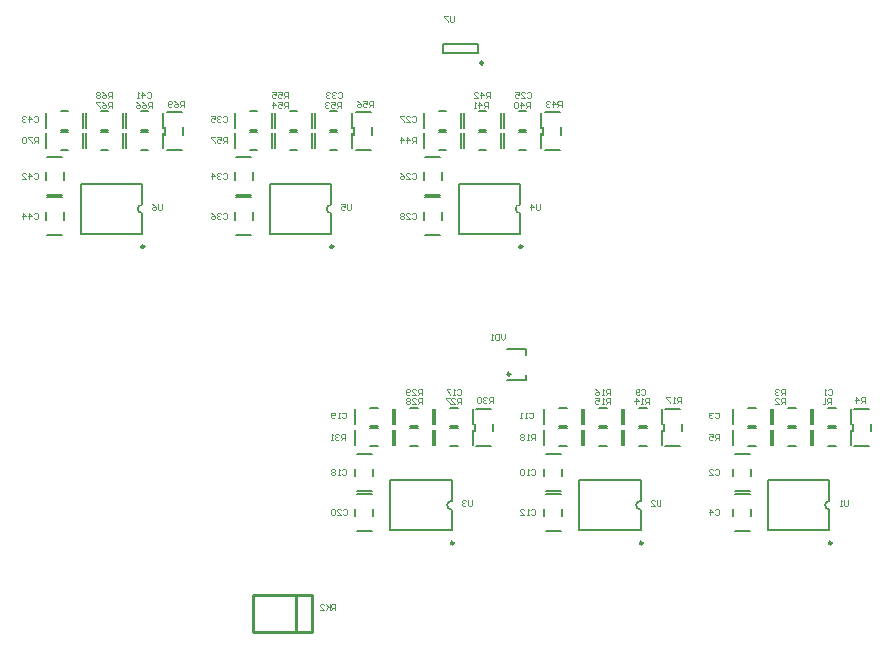
<source format=gbo>
G04*
G04 #@! TF.GenerationSoftware,Altium Limited,Altium Designer,20.1.10 (176)*
G04*
G04 Layer_Color=32896*
%FSAX42Y42*%
%MOMM*%
G71*
G04*
G04 #@! TF.SameCoordinates,3E3C1568-8D71-4774-938C-B5280475AE13*
G04*
G04*
G04 #@! TF.FilePolarity,Positive*
G04*
G01*
G75*
%ADD10C,0.25*%
%ADD12C,0.20*%
%ADD13C,0.15*%
%ADD14C,0.10*%
%ADD88C,0.25*%
D10*
X003288Y000736D02*
Y001054D01*
X003149D02*
X003288D01*
X003149Y000736D02*
Y001054D01*
Y000736D02*
X003288D01*
X002793Y001054D02*
X003149D01*
X002793Y000736D02*
Y001054D01*
Y000736D02*
X003149D01*
D12*
X001850Y004357D02*
G03*
X001850Y004283I000000J-000037D01*
G01*
X007670Y001847D02*
G03*
X007670Y001773I000000J-000037D01*
G01*
X004470Y001847D02*
G03*
X004470Y001773I000000J-000037D01*
G01*
X005050Y004357D02*
G03*
X005050Y004283I000000J-000037D01*
G01*
X003450Y004357D02*
G03*
X003450Y004283I000000J-000037D01*
G01*
X006070Y001847D02*
G03*
X006070Y001773I000000J-000037D01*
G01*
X004690Y005642D02*
Y005712D01*
X004400Y005642D02*
Y005712D01*
Y005642D02*
X004690D01*
X004400Y005712D02*
X004690D01*
X005100Y003085D02*
Y003130D01*
Y002870D02*
Y002915D01*
X004938Y002870D02*
X005100D01*
X004938Y003130D02*
X005100D01*
X001330Y004110D02*
X001850D01*
X001330D02*
Y004526D01*
Y004530D02*
X001850D01*
Y004357D02*
Y004530D01*
Y004110D02*
Y004283D01*
X007150Y001600D02*
X007670D01*
X007150D02*
Y002016D01*
Y002020D02*
X007670D01*
Y001847D02*
Y002020D01*
Y001600D02*
Y001773D01*
X003950Y001600D02*
X004470D01*
X003950D02*
Y002016D01*
Y002020D02*
X004470D01*
Y001847D02*
Y002020D01*
Y001600D02*
Y001773D01*
X004530Y004110D02*
X005050D01*
X004530D02*
Y004526D01*
Y004530D02*
X005050D01*
Y004357D02*
Y004530D01*
Y004110D02*
Y004283D01*
X002930Y004110D02*
X003450D01*
X002930D02*
Y004526D01*
Y004530D02*
X003450D01*
Y004357D02*
Y004530D01*
Y004110D02*
Y004283D01*
X005550Y001600D02*
X006070D01*
X005550D02*
Y002016D01*
Y002020D02*
X006070D01*
Y001847D02*
Y002020D01*
Y001600D02*
Y001773D01*
D13*
X002952Y004831D02*
Y004958D01*
X002635Y004831D02*
Y004958D01*
X002762Y004971D02*
X002825D01*
X002762Y004819D02*
X002825D01*
X003290Y005004D02*
Y005131D01*
X002973Y005004D02*
Y005131D01*
X003100Y005144D02*
X003163D01*
X003100Y004991D02*
X003163D01*
X003290Y004831D02*
Y004958D01*
X002973Y004831D02*
Y004958D01*
X003100Y004971D02*
X003163D01*
X003100Y004819D02*
X003163D01*
X002648Y004419D02*
X002775D01*
X002648Y004101D02*
X002775D01*
X002635Y004228D02*
Y004292D01*
X002787Y004228D02*
Y004292D01*
X002648Y004439D02*
X002775D01*
X002648Y004756D02*
X002775D01*
X002787Y004566D02*
Y004629D01*
X002635Y004566D02*
Y004629D01*
X003628Y004831D02*
Y004958D01*
X003310Y004831D02*
Y004958D01*
X003437Y004971D02*
X003501D01*
X003437Y004819D02*
X003501D01*
X002952Y005004D02*
Y005131D01*
X002635Y005004D02*
Y005131D01*
X002762Y005144D02*
X002825D01*
X002762Y004991D02*
X002825D01*
X001162Y004819D02*
X001225D01*
X001162Y004971D02*
X001225D01*
X001035Y004831D02*
Y004958D01*
X001352Y004831D02*
Y004958D01*
X002200Y004948D02*
Y005012D01*
X002048Y004948D02*
Y005012D01*
X002061Y004821D02*
X002188D01*
X002061Y005138D02*
X002188D01*
X001500Y004991D02*
X001563D01*
X001500Y005144D02*
X001563D01*
X001373Y005004D02*
Y005131D01*
X001690Y005004D02*
Y005131D01*
X001500Y004819D02*
X001563D01*
X001500Y004971D02*
X001563D01*
X001373Y004831D02*
Y004958D01*
X001690Y004831D02*
Y004958D01*
X001837Y004819D02*
X001901D01*
X001837Y004971D02*
X001901D01*
X001710Y004831D02*
Y004958D01*
X002028Y004831D02*
Y004958D01*
X001187Y004228D02*
Y004292D01*
X001035Y004228D02*
Y004292D01*
X001048Y004101D02*
X001175D01*
X001048Y004419D02*
X001175D01*
X001035Y004566D02*
Y004629D01*
X001187Y004566D02*
Y004629D01*
X001048Y004756D02*
X001175D01*
X001048Y004439D02*
X001175D01*
X001162Y004991D02*
X001225D01*
X001162Y005144D02*
X001225D01*
X001035Y005004D02*
Y005131D01*
X001352Y005004D02*
Y005131D01*
X001837Y004991D02*
X001901D01*
X001837Y005144D02*
X001901D01*
X001710Y005004D02*
Y005131D01*
X002028Y005004D02*
Y005131D01*
X005720Y002481D02*
X005783D01*
X005720Y002634D02*
X005783D01*
X005593Y002494D02*
Y002621D01*
X005910Y002494D02*
Y002621D01*
X004120Y002481D02*
X004183D01*
X004120Y002634D02*
X004183D01*
X003993Y002494D02*
Y002621D01*
X004310Y002494D02*
Y002621D01*
X004700Y004991D02*
X004763D01*
X004700Y005144D02*
X004763D01*
X004573Y005004D02*
Y005131D01*
X004890Y005004D02*
Y005131D01*
X007657Y002481D02*
X007721D01*
X007657Y002634D02*
X007721D01*
X007530Y002494D02*
Y002621D01*
X007848Y002494D02*
Y002621D01*
X006855Y002056D02*
Y002119D01*
X007007Y002056D02*
Y002119D01*
X006868Y002246D02*
X006995D01*
X006868Y001929D02*
X006995D01*
X006982Y002481D02*
X007045D01*
X006982Y002634D02*
X007045D01*
X006855Y002494D02*
Y002621D01*
X007172Y002494D02*
Y002621D01*
X007007Y001718D02*
Y001782D01*
X006855Y001718D02*
Y001782D01*
X006868Y001591D02*
X006995D01*
X006868Y001909D02*
X006995D01*
X007657Y002309D02*
X007721D01*
X007657Y002461D02*
X007721D01*
X007530Y002322D02*
Y002449D01*
X007848Y002322D02*
Y002449D01*
X007320Y002309D02*
X007383D01*
X007320Y002461D02*
X007383D01*
X007193Y002322D02*
Y002449D01*
X007510Y002322D02*
Y002449D01*
X007320Y002481D02*
X007383D01*
X007320Y002634D02*
X007383D01*
X007193Y002494D02*
Y002621D01*
X007510Y002494D02*
Y002621D01*
X006982Y002309D02*
X007045D01*
X006982Y002461D02*
X007045D01*
X006855Y002322D02*
Y002449D01*
X007172Y002322D02*
Y002449D01*
X008020Y002438D02*
Y002501D01*
X007868Y002438D02*
Y002501D01*
X007881Y002311D02*
X008008D01*
X007881Y002628D02*
X008008D01*
X003782Y002309D02*
X003845D01*
X003782Y002461D02*
X003845D01*
X003655Y002322D02*
Y002449D01*
X003972Y002322D02*
Y002449D01*
X004362Y004819D02*
X004425D01*
X004362Y004971D02*
X004425D01*
X004235Y004831D02*
Y004958D01*
X004552Y004831D02*
Y004958D01*
X005382Y002309D02*
X005445D01*
X005382Y002461D02*
X005445D01*
X005255Y002322D02*
Y002449D01*
X005572Y002322D02*
Y002449D01*
X004457Y002481D02*
X004521D01*
X004457Y002634D02*
X004521D01*
X004330Y002494D02*
Y002621D01*
X004648Y002494D02*
Y002621D01*
X003782Y002481D02*
X003845D01*
X003782Y002634D02*
X003845D01*
X003655Y002494D02*
Y002621D01*
X003972Y002494D02*
Y002621D01*
X003655Y002056D02*
Y002119D01*
X003807Y002056D02*
Y002119D01*
X003668Y002247D02*
X003795D01*
X003668Y001929D02*
X003795D01*
X003807Y001718D02*
Y001782D01*
X003655Y001718D02*
Y001782D01*
X003668Y001591D02*
X003795D01*
X003668Y001909D02*
X003795D01*
X004457Y002309D02*
X004521D01*
X004457Y002461D02*
X004521D01*
X004330Y002322D02*
Y002449D01*
X004648Y002322D02*
Y002449D01*
X004120Y002309D02*
X004183D01*
X004120Y002461D02*
X004183D01*
X003993Y002322D02*
Y002449D01*
X004310Y002322D02*
Y002449D01*
X004820Y002438D02*
Y002501D01*
X004668Y002438D02*
Y002501D01*
X004681Y002311D02*
X004808D01*
X004681Y002628D02*
X004808D01*
X005037Y004991D02*
X005101D01*
X005037Y005144D02*
X005101D01*
X004910Y005004D02*
Y005131D01*
X005228Y005004D02*
Y005131D01*
X004362Y004991D02*
X004425D01*
X004362Y005144D02*
X004425D01*
X004235Y005004D02*
Y005131D01*
X004552Y005004D02*
Y005131D01*
X004235Y004566D02*
Y004629D01*
X004387Y004566D02*
Y004629D01*
X004248Y004756D02*
X004375D01*
X004248Y004439D02*
X004375D01*
X004387Y004228D02*
Y004292D01*
X004235Y004228D02*
Y004292D01*
X004248Y004101D02*
X004375D01*
X004248Y004419D02*
X004375D01*
X005037Y004819D02*
X005101D01*
X005037Y004971D02*
X005101D01*
X004910Y004831D02*
Y004958D01*
X005228Y004831D02*
Y004958D01*
X004700Y004819D02*
X004763D01*
X004700Y004971D02*
X004763D01*
X004573Y004831D02*
Y004958D01*
X004890Y004831D02*
Y004958D01*
X005400Y004948D02*
Y005012D01*
X005248Y004948D02*
Y005012D01*
X005261Y004821D02*
X005388D01*
X005261Y005138D02*
X005388D01*
X003437Y004991D02*
X003501D01*
X003437Y005144D02*
X003501D01*
X003310Y005004D02*
Y005131D01*
X003628Y005004D02*
Y005131D01*
X003800Y004948D02*
Y005012D01*
X003648Y004948D02*
Y005012D01*
X003661Y004821D02*
X003788D01*
X003661Y005138D02*
X003788D01*
X005255Y002056D02*
Y002119D01*
X005407Y002056D02*
Y002119D01*
X005268Y002246D02*
X005395D01*
X005268Y001929D02*
X005395D01*
X005382Y002481D02*
X005445D01*
X005382Y002634D02*
X005445D01*
X005255Y002494D02*
Y002621D01*
X005572Y002494D02*
Y002621D01*
X005407Y001718D02*
Y001782D01*
X005255Y001718D02*
Y001782D01*
X005268Y001591D02*
X005395D01*
X005268Y001909D02*
X005395D01*
X006420Y002438D02*
Y002501D01*
X006268Y002438D02*
Y002501D01*
X006281Y002311D02*
X006408D01*
X006281Y002628D02*
X006408D01*
X005720Y002309D02*
X005783D01*
X005720Y002461D02*
X005783D01*
X005593Y002322D02*
Y002449D01*
X005910Y002322D02*
Y002449D01*
X006057Y002309D02*
X006121D01*
X006057Y002461D02*
X006121D01*
X005930Y002322D02*
Y002449D01*
X006248Y002322D02*
Y002449D01*
X006057Y002481D02*
X006121D01*
X006057Y002634D02*
X006121D01*
X005930Y002494D02*
Y002621D01*
X006248Y002494D02*
Y002621D01*
D14*
X000932Y004616D02*
X000940Y004625D01*
X000957D01*
X000965Y004616D01*
Y004583D01*
X000957Y004575D01*
X000940D01*
X000932Y004583D01*
X000890Y004575D02*
Y004625D01*
X000915Y004600D01*
X000882D01*
X000832Y004575D02*
X000865D01*
X000832Y004608D01*
Y004616D01*
X000840Y004625D01*
X000857D01*
X000865Y004616D01*
X000932Y004277D02*
X000940Y004285D01*
X000957D01*
X000965Y004277D01*
Y004243D01*
X000957Y004235D01*
X000940D01*
X000932Y004243D01*
X000890Y004235D02*
Y004285D01*
X000915Y004260D01*
X000882D01*
X000840Y004235D02*
Y004285D01*
X000865Y004260D01*
X000832D01*
X000965Y004875D02*
Y004925D01*
X000940D01*
X000932Y004917D01*
Y004900D01*
X000940Y004892D01*
X000965D01*
X000948D02*
X000932Y004875D01*
X000915Y004925D02*
X000882D01*
Y004917D01*
X000915Y004883D01*
Y004875D01*
X000865Y004917D02*
X000857Y004925D01*
X000840D01*
X000832Y004917D01*
Y004883D01*
X000840Y004875D01*
X000857D01*
X000865Y004883D01*
Y004917D01*
X000932Y005097D02*
X000940Y005105D01*
X000957D01*
X000965Y005097D01*
Y005063D01*
X000957Y005055D01*
X000940D01*
X000932Y005063D01*
X000890Y005055D02*
Y005105D01*
X000915Y005080D01*
X000882D01*
X000865Y005097D02*
X000857Y005105D01*
X000840D01*
X000832Y005097D01*
Y005088D01*
X000840Y005080D01*
X000848D01*
X000840D01*
X000832Y005072D01*
Y005063D01*
X000840Y005055D01*
X000857D01*
X000865Y005063D01*
X007823Y001852D02*
Y001810D01*
X007814Y001802D01*
X007798D01*
X007789Y001810D01*
Y001852D01*
X007773Y001802D02*
X007756D01*
X007764D01*
Y001852D01*
X007773Y001844D01*
X007971Y002675D02*
Y002725D01*
X007946D01*
X007938Y002717D01*
Y002700D01*
X007946Y002692D01*
X007971D01*
X007954D02*
X007938Y002675D01*
X007896D02*
Y002725D01*
X007921Y002700D01*
X007888D01*
X006735Y002365D02*
Y002415D01*
X006710D01*
X006702Y002407D01*
Y002390D01*
X006710Y002382D01*
X006735D01*
X006718D02*
X006702Y002365D01*
X006652Y002415D02*
X006685D01*
Y002390D01*
X006668Y002398D01*
X006660D01*
X006652Y002390D01*
Y002373D01*
X006660Y002365D01*
X006677D01*
X006685Y002373D01*
X007292Y002745D02*
Y002795D01*
X007267D01*
X007258Y002786D01*
Y002770D01*
X007267Y002761D01*
X007292D01*
X007275D02*
X007258Y002745D01*
X007242Y002786D02*
X007233Y002795D01*
X007217D01*
X007208Y002786D01*
Y002778D01*
X007217Y002770D01*
X007225D01*
X007217D01*
X007208Y002761D01*
Y002753D01*
X007217Y002745D01*
X007233D01*
X007242Y002753D01*
X007292Y002665D02*
Y002715D01*
X007267D01*
X007258Y002706D01*
Y002690D01*
X007267Y002681D01*
X007292D01*
X007275D02*
X007258Y002665D01*
X007208D02*
X007242D01*
X007208Y002698D01*
Y002706D01*
X007217Y002715D01*
X007233D01*
X007242Y002706D01*
X007686Y002665D02*
Y002715D01*
X007661D01*
X007653Y002706D01*
Y002690D01*
X007661Y002681D01*
X007686D01*
X007669D02*
X007653Y002665D01*
X007636D02*
X007619D01*
X007628D01*
Y002715D01*
X007636Y002706D01*
X006702Y001767D02*
X006710Y001775D01*
X006727D01*
X006735Y001767D01*
Y001733D01*
X006727Y001725D01*
X006710D01*
X006702Y001733D01*
X006660Y001725D02*
Y001775D01*
X006685Y001750D01*
X006652D01*
X006702Y002587D02*
X006710Y002595D01*
X006727D01*
X006735Y002587D01*
Y002553D01*
X006727Y002545D01*
X006710D01*
X006702Y002553D01*
X006685Y002587D02*
X006677Y002595D01*
X006660D01*
X006652Y002587D01*
Y002578D01*
X006660Y002570D01*
X006668D01*
X006660D01*
X006652Y002562D01*
Y002553D01*
X006660Y002545D01*
X006677D01*
X006685Y002553D01*
X006702Y002106D02*
X006710Y002115D01*
X006727D01*
X006735Y002106D01*
Y002073D01*
X006727Y002065D01*
X006710D01*
X006702Y002073D01*
X006652Y002065D02*
X006685D01*
X006652Y002098D01*
Y002106D01*
X006660Y002115D01*
X006677D01*
X006685Y002106D01*
X007661Y002786D02*
X007669Y002795D01*
X007686D01*
X007694Y002786D01*
Y002753D01*
X007686Y002745D01*
X007669D01*
X007661Y002753D01*
X007644Y002745D02*
X007628D01*
X007636D01*
Y002795D01*
X007644Y002786D01*
X004919Y003260D02*
Y003227D01*
X004902Y003210D01*
X004885Y003227D01*
Y003260D01*
X004869D02*
Y003210D01*
X004844D01*
X004835Y003219D01*
Y003252D01*
X004844Y003260D01*
X004869D01*
X004819Y003210D02*
X004802D01*
X004810D01*
Y003260D01*
X004819Y003252D01*
X004492Y005950D02*
Y005908D01*
X004483Y005900D01*
X004467D01*
X004458Y005908D01*
Y005950D01*
X004442D02*
X004408D01*
Y005942D01*
X004442Y005908D01*
Y005900D01*
X002019Y004362D02*
Y004320D01*
X002011Y004312D01*
X001994D01*
X001986Y004320D01*
Y004362D01*
X001936D02*
X001953Y004354D01*
X001969Y004337D01*
Y004320D01*
X001961Y004312D01*
X001944D01*
X001936Y004320D01*
Y004329D01*
X001944Y004337D01*
X001969D01*
X003619Y004362D02*
Y004320D01*
X003611Y004312D01*
X003594D01*
X003586Y004320D01*
Y004362D01*
X003536D02*
X003569D01*
Y004337D01*
X003553Y004345D01*
X003544D01*
X003536Y004337D01*
Y004320D01*
X003544Y004312D01*
X003561D01*
X003569Y004320D01*
X005219Y004362D02*
Y004320D01*
X005211Y004312D01*
X005194D01*
X005186Y004320D01*
Y004362D01*
X005144Y004312D02*
Y004362D01*
X005169Y004337D01*
X005136D01*
X004639Y001852D02*
Y001810D01*
X004631Y001802D01*
X004614D01*
X004606Y001810D01*
Y001852D01*
X004589Y001844D02*
X004581Y001852D01*
X004564D01*
X004556Y001844D01*
Y001835D01*
X004564Y001827D01*
X004573D01*
X004564D01*
X004556Y001819D01*
Y001810D01*
X004564Y001802D01*
X004581D01*
X004589Y001810D01*
X006239Y001852D02*
Y001810D01*
X006231Y001802D01*
X006214D01*
X006206Y001810D01*
Y001852D01*
X006156Y001802D02*
X006189D01*
X006156Y001835D01*
Y001844D01*
X006164Y001852D01*
X006181D01*
X006189Y001844D01*
X002201Y005185D02*
Y005235D01*
X002176D01*
X002167Y005227D01*
Y005210D01*
X002176Y005202D01*
X002201D01*
X002184D02*
X002167Y005185D01*
X002118Y005235D02*
X002134Y005227D01*
X002151Y005210D01*
Y005193D01*
X002142Y005185D01*
X002126D01*
X002118Y005193D01*
Y005202D01*
X002126Y005210D01*
X002151D01*
X002101Y005193D02*
X002093Y005185D01*
X002076D01*
X002068Y005193D01*
Y005227D01*
X002076Y005235D01*
X002093D01*
X002101Y005227D01*
Y005218D01*
X002093Y005210D01*
X002068D01*
X001597Y005255D02*
Y005305D01*
X001572D01*
X001563Y005296D01*
Y005280D01*
X001572Y005271D01*
X001597D01*
X001580D02*
X001563Y005255D01*
X001513Y005305D02*
X001530Y005296D01*
X001547Y005280D01*
Y005263D01*
X001538Y005255D01*
X001522D01*
X001513Y005263D01*
Y005271D01*
X001522Y005280D01*
X001547D01*
X001497Y005296D02*
X001488Y005305D01*
X001472D01*
X001463Y005296D01*
Y005288D01*
X001472Y005280D01*
X001463Y005271D01*
Y005263D01*
X001472Y005255D01*
X001488D01*
X001497Y005263D01*
Y005271D01*
X001488Y005280D01*
X001497Y005288D01*
Y005296D01*
X001488Y005280D02*
X001472D01*
X001597Y005175D02*
Y005225D01*
X001572D01*
X001563Y005216D01*
Y005200D01*
X001572Y005191D01*
X001597D01*
X001580D02*
X001563Y005175D01*
X001513Y005225D02*
X001530Y005216D01*
X001547Y005200D01*
Y005183D01*
X001538Y005175D01*
X001522D01*
X001513Y005183D01*
Y005191D01*
X001522Y005200D01*
X001547D01*
X001497Y005225D02*
X001463D01*
Y005216D01*
X001497Y005183D01*
Y005175D01*
X001932D02*
Y005225D01*
X001907D01*
X001899Y005216D01*
Y005200D01*
X001907Y005191D01*
X001932D01*
X001916D02*
X001899Y005175D01*
X001849Y005225D02*
X001866Y005216D01*
X001882Y005200D01*
Y005183D01*
X001874Y005175D01*
X001858D01*
X001849Y005183D01*
Y005191D01*
X001858Y005200D01*
X001882D01*
X001799Y005225D02*
X001816Y005216D01*
X001833Y005200D01*
Y005183D01*
X001824Y005175D01*
X001808D01*
X001799Y005183D01*
Y005191D01*
X001808Y005200D01*
X001833D01*
X002565Y004875D02*
Y004925D01*
X002540D01*
X002532Y004917D01*
Y004900D01*
X002540Y004892D01*
X002565D01*
X002548D02*
X002532Y004875D01*
X002482Y004925D02*
X002515D01*
Y004900D01*
X002498Y004908D01*
X002490D01*
X002482Y004900D01*
Y004883D01*
X002490Y004875D01*
X002507D01*
X002515Y004883D01*
X002465Y004925D02*
X002432D01*
Y004917D01*
X002465Y004883D01*
Y004875D01*
X003801Y005185D02*
Y005235D01*
X003776D01*
X003767Y005227D01*
Y005210D01*
X003776Y005202D01*
X003801D01*
X003784D02*
X003767Y005185D01*
X003718Y005235D02*
X003751D01*
Y005210D01*
X003734Y005218D01*
X003726D01*
X003718Y005210D01*
Y005193D01*
X003726Y005185D01*
X003742D01*
X003751Y005193D01*
X003668Y005235D02*
X003684Y005227D01*
X003701Y005210D01*
Y005193D01*
X003693Y005185D01*
X003676D01*
X003668Y005193D01*
Y005202D01*
X003676Y005210D01*
X003701D01*
X003082Y005255D02*
Y005305D01*
X003057D01*
X003048Y005296D01*
Y005280D01*
X003057Y005271D01*
X003082D01*
X003065D02*
X003048Y005255D01*
X002998Y005305D02*
X003032D01*
Y005280D01*
X003015Y005288D01*
X003007D01*
X002998Y005280D01*
Y005263D01*
X003007Y005255D01*
X003023D01*
X003032Y005263D01*
X002948Y005305D02*
X002982D01*
Y005280D01*
X002965Y005288D01*
X002957D01*
X002948Y005280D01*
Y005263D01*
X002957Y005255D01*
X002973D01*
X002982Y005263D01*
X003082Y005175D02*
Y005225D01*
X003057D01*
X003048Y005216D01*
Y005200D01*
X003057Y005191D01*
X003082D01*
X003065D02*
X003048Y005175D01*
X002998Y005225D02*
X003032D01*
Y005200D01*
X003015Y005208D01*
X003007D01*
X002998Y005200D01*
Y005183D01*
X003007Y005175D01*
X003023D01*
X003032Y005183D01*
X002957Y005175D02*
Y005225D01*
X002982Y005200D01*
X002948D01*
X003532Y005175D02*
Y005225D01*
X003507D01*
X003499Y005216D01*
Y005200D01*
X003507Y005191D01*
X003532D01*
X003516D02*
X003499Y005175D01*
X003449Y005225D02*
X003482D01*
Y005200D01*
X003466Y005208D01*
X003458D01*
X003449Y005200D01*
Y005183D01*
X003458Y005175D01*
X003474D01*
X003482Y005183D01*
X003433Y005216D02*
X003424Y005225D01*
X003408D01*
X003399Y005216D01*
Y005208D01*
X003408Y005200D01*
X003416D01*
X003408D01*
X003399Y005191D01*
Y005183D01*
X003408Y005175D01*
X003424D01*
X003433Y005183D01*
X004165Y004875D02*
Y004925D01*
X004140D01*
X004132Y004917D01*
Y004900D01*
X004140Y004892D01*
X004165D01*
X004148D02*
X004132Y004875D01*
X004090D02*
Y004925D01*
X004115Y004900D01*
X004082D01*
X004040Y004875D02*
Y004925D01*
X004065Y004900D01*
X004032D01*
X005401Y005185D02*
Y005235D01*
X005376D01*
X005367Y005227D01*
Y005210D01*
X005376Y005202D01*
X005401D01*
X005384D02*
X005367Y005185D01*
X005326D02*
Y005235D01*
X005351Y005210D01*
X005318D01*
X005301Y005227D02*
X005293Y005235D01*
X005276D01*
X005268Y005227D01*
Y005218D01*
X005276Y005210D01*
X005284D01*
X005276D01*
X005268Y005202D01*
Y005193D01*
X005276Y005185D01*
X005293D01*
X005301Y005193D01*
X004797Y005255D02*
Y005305D01*
X004772D01*
X004763Y005296D01*
Y005280D01*
X004772Y005271D01*
X004797D01*
X004780D02*
X004763Y005255D01*
X004722D02*
Y005305D01*
X004747Y005280D01*
X004713D01*
X004663Y005255D02*
X004697D01*
X004663Y005288D01*
Y005296D01*
X004672Y005305D01*
X004688D01*
X004697Y005296D01*
X004780Y005175D02*
Y005225D01*
X004755D01*
X004747Y005216D01*
Y005200D01*
X004755Y005191D01*
X004780D01*
X004763D02*
X004747Y005175D01*
X004705D02*
Y005225D01*
X004730Y005200D01*
X004697D01*
X004680Y005175D02*
X004663D01*
X004672D01*
Y005225D01*
X004680Y005216D01*
X005132Y005175D02*
Y005225D01*
X005107D01*
X005099Y005216D01*
Y005200D01*
X005107Y005191D01*
X005132D01*
X005116D02*
X005099Y005175D01*
X005058D02*
Y005225D01*
X005082Y005200D01*
X005049D01*
X005033Y005216D02*
X005024Y005225D01*
X005008D01*
X004999Y005216D01*
Y005183D01*
X005008Y005175D01*
X005024D01*
X005033Y005183D01*
Y005216D01*
X003568Y002365D02*
Y002415D01*
X003543D01*
X003535Y002407D01*
Y002390D01*
X003543Y002382D01*
X003568D01*
X003552D02*
X003535Y002365D01*
X003518Y002407D02*
X003510Y002415D01*
X003493D01*
X003485Y002407D01*
Y002398D01*
X003493Y002390D01*
X003502D01*
X003493D01*
X003485Y002382D01*
Y002373D01*
X003493Y002365D01*
X003510D01*
X003518Y002373D01*
X003468Y002365D02*
X003452D01*
X003460D01*
Y002415D01*
X003468Y002407D01*
X004821Y002675D02*
Y002725D01*
X004796D01*
X004787Y002717D01*
Y002700D01*
X004796Y002692D01*
X004821D01*
X004804D02*
X004787Y002675D01*
X004771Y002717D02*
X004762Y002725D01*
X004746D01*
X004738Y002717D01*
Y002708D01*
X004746Y002700D01*
X004754D01*
X004746D01*
X004738Y002692D01*
Y002683D01*
X004746Y002675D01*
X004762D01*
X004771Y002683D01*
X004721Y002717D02*
X004713Y002725D01*
X004696D01*
X004688Y002717D01*
Y002683D01*
X004696Y002675D01*
X004713D01*
X004721Y002683D01*
Y002717D01*
X004217Y002745D02*
Y002795D01*
X004192D01*
X004183Y002786D01*
Y002770D01*
X004192Y002761D01*
X004217D01*
X004200D02*
X004183Y002745D01*
X004133D02*
X004167D01*
X004133Y002778D01*
Y002786D01*
X004142Y002795D01*
X004158D01*
X004167Y002786D01*
X004117Y002753D02*
X004108Y002745D01*
X004092D01*
X004083Y002753D01*
Y002786D01*
X004092Y002795D01*
X004108D01*
X004117Y002786D01*
Y002778D01*
X004108Y002770D01*
X004083D01*
X004217Y002665D02*
Y002715D01*
X004192D01*
X004183Y002706D01*
Y002690D01*
X004192Y002681D01*
X004217D01*
X004200D02*
X004183Y002665D01*
X004133D02*
X004167D01*
X004133Y002698D01*
Y002706D01*
X004142Y002715D01*
X004158D01*
X004167Y002706D01*
X004117D02*
X004108Y002715D01*
X004092D01*
X004083Y002706D01*
Y002698D01*
X004092Y002690D01*
X004083Y002681D01*
Y002673D01*
X004092Y002665D01*
X004108D01*
X004117Y002673D01*
Y002681D01*
X004108Y002690D01*
X004117Y002698D01*
Y002706D01*
X004108Y002690D02*
X004092D01*
X004552Y002665D02*
Y002715D01*
X004527D01*
X004519Y002706D01*
Y002690D01*
X004527Y002681D01*
X004552D01*
X004536D02*
X004519Y002665D01*
X004469D02*
X004502D01*
X004469Y002698D01*
Y002706D01*
X004478Y002715D01*
X004494D01*
X004502Y002706D01*
X004453Y002715D02*
X004419D01*
Y002706D01*
X004453Y002673D01*
Y002665D01*
X005177Y002365D02*
Y002415D01*
X005152D01*
X005143Y002407D01*
Y002390D01*
X005152Y002382D01*
X005177D01*
X005160D02*
X005143Y002365D01*
X005127D02*
X005110D01*
X005118D01*
Y002415D01*
X005127Y002407D01*
X005085D02*
X005077Y002415D01*
X005060D01*
X005052Y002407D01*
Y002398D01*
X005060Y002390D01*
X005052Y002382D01*
Y002373D01*
X005060Y002365D01*
X005077D01*
X005085Y002373D01*
Y002382D01*
X005077Y002390D01*
X005085Y002398D01*
Y002407D01*
X005077Y002390D02*
X005060D01*
X006412Y002675D02*
Y002725D01*
X006387D01*
X006379Y002717D01*
Y002700D01*
X006387Y002692D01*
X006412D01*
X006396D02*
X006379Y002675D01*
X006362D02*
X006346D01*
X006354D01*
Y002725D01*
X006362Y002717D01*
X006321Y002725D02*
X006288D01*
Y002717D01*
X006321Y002683D01*
Y002675D01*
X005808Y002745D02*
Y002795D01*
X005783D01*
X005775Y002786D01*
Y002770D01*
X005783Y002761D01*
X005808D01*
X005792D02*
X005775Y002745D01*
X005758D02*
X005742D01*
X005750D01*
Y002795D01*
X005758Y002786D01*
X005683Y002795D02*
X005700Y002786D01*
X005717Y002770D01*
Y002753D01*
X005708Y002745D01*
X005692D01*
X005683Y002753D01*
Y002761D01*
X005692Y002770D01*
X005717D01*
X005808Y002665D02*
Y002715D01*
X005783D01*
X005775Y002706D01*
Y002690D01*
X005783Y002681D01*
X005808D01*
X005792D02*
X005775Y002665D01*
X005758D02*
X005742D01*
X005750D01*
Y002715D01*
X005758Y002706D01*
X005683Y002715D02*
X005717D01*
Y002690D01*
X005700Y002698D01*
X005692D01*
X005683Y002690D01*
Y002673D01*
X005692Y002665D01*
X005708D01*
X005717Y002673D01*
X006144Y002665D02*
Y002715D01*
X006119D01*
X006111Y002706D01*
Y002690D01*
X006119Y002681D01*
X006144D01*
X006127D02*
X006111Y002665D01*
X006094D02*
X006078D01*
X006086D01*
Y002715D01*
X006094Y002706D01*
X006028Y002665D02*
Y002715D01*
X006053Y002690D01*
X006019D01*
X002532Y004277D02*
X002540Y004285D01*
X002557D01*
X002565Y004277D01*
Y004243D01*
X002557Y004235D01*
X002540D01*
X002532Y004243D01*
X002515Y004277D02*
X002507Y004285D01*
X002490D01*
X002482Y004277D01*
Y004268D01*
X002490Y004260D01*
X002498D01*
X002490D01*
X002482Y004252D01*
Y004243D01*
X002490Y004235D01*
X002507D01*
X002515Y004243D01*
X002432Y004285D02*
X002448Y004277D01*
X002465Y004260D01*
Y004243D01*
X002457Y004235D01*
X002440D01*
X002432Y004243D01*
Y004252D01*
X002440Y004260D01*
X002465D01*
X001891Y005296D02*
X001899Y005305D01*
X001916D01*
X001924Y005296D01*
Y005263D01*
X001916Y005255D01*
X001899D01*
X001891Y005263D01*
X001849Y005255D02*
Y005305D01*
X001874Y005280D01*
X001841D01*
X001824Y005255D02*
X001808D01*
X001816D01*
Y005305D01*
X001824Y005296D01*
X002532Y004616D02*
X002540Y004625D01*
X002557D01*
X002565Y004616D01*
Y004583D01*
X002557Y004575D01*
X002540D01*
X002532Y004583D01*
X002515Y004616D02*
X002507Y004625D01*
X002490D01*
X002482Y004616D01*
Y004608D01*
X002490Y004600D01*
X002498D01*
X002490D01*
X002482Y004591D01*
Y004583D01*
X002490Y004575D01*
X002507D01*
X002515Y004583D01*
X002440Y004575D02*
Y004625D01*
X002465Y004600D01*
X002432D01*
X002532Y005097D02*
X002540Y005105D01*
X002557D01*
X002565Y005097D01*
Y005063D01*
X002557Y005055D01*
X002540D01*
X002532Y005063D01*
X002515Y005097D02*
X002507Y005105D01*
X002490D01*
X002482Y005097D01*
Y005088D01*
X002490Y005080D01*
X002498D01*
X002490D01*
X002482Y005072D01*
Y005063D01*
X002490Y005055D01*
X002507D01*
X002515Y005063D01*
X002432Y005105D02*
X002465D01*
Y005080D01*
X002448Y005088D01*
X002440D01*
X002432Y005080D01*
Y005063D01*
X002440Y005055D01*
X002457D01*
X002465Y005063D01*
X003507Y005296D02*
X003516Y005305D01*
X003532D01*
X003541Y005296D01*
Y005263D01*
X003532Y005255D01*
X003516D01*
X003507Y005263D01*
X003491Y005296D02*
X003482Y005305D01*
X003466D01*
X003458Y005296D01*
Y005288D01*
X003466Y005280D01*
X003474D01*
X003466D01*
X003458Y005271D01*
Y005263D01*
X003466Y005255D01*
X003482D01*
X003491Y005263D01*
X003441Y005296D02*
X003433Y005305D01*
X003416D01*
X003408Y005296D01*
Y005288D01*
X003416Y005280D01*
X003424D01*
X003416D01*
X003408Y005271D01*
Y005263D01*
X003416Y005255D01*
X003433D01*
X003441Y005263D01*
X004132Y004277D02*
X004140Y004285D01*
X004157D01*
X004165Y004277D01*
Y004243D01*
X004157Y004235D01*
X004140D01*
X004132Y004243D01*
X004082Y004235D02*
X004115D01*
X004082Y004268D01*
Y004277D01*
X004090Y004285D01*
X004107D01*
X004115Y004277D01*
X004065D02*
X004057Y004285D01*
X004040D01*
X004032Y004277D01*
Y004268D01*
X004040Y004260D01*
X004032Y004252D01*
Y004243D01*
X004040Y004235D01*
X004057D01*
X004065Y004243D01*
Y004252D01*
X004057Y004260D01*
X004065Y004268D01*
Y004277D01*
X004057Y004260D02*
X004040D01*
X004132Y004616D02*
X004140Y004625D01*
X004157D01*
X004165Y004616D01*
Y004583D01*
X004157Y004575D01*
X004140D01*
X004132Y004583D01*
X004082Y004575D02*
X004115D01*
X004082Y004608D01*
Y004616D01*
X004090Y004625D01*
X004107D01*
X004115Y004616D01*
X004032Y004625D02*
X004048Y004616D01*
X004065Y004600D01*
Y004583D01*
X004057Y004575D01*
X004040D01*
X004032Y004583D01*
Y004591D01*
X004040Y004600D01*
X004065D01*
X004132Y005097D02*
X004140Y005105D01*
X004157D01*
X004165Y005097D01*
Y005063D01*
X004157Y005055D01*
X004140D01*
X004132Y005063D01*
X004082Y005055D02*
X004115D01*
X004082Y005088D01*
Y005097D01*
X004090Y005105D01*
X004107D01*
X004115Y005097D01*
X004065Y005105D02*
X004032D01*
Y005097D01*
X004065Y005063D01*
Y005055D01*
X005107Y005296D02*
X005116Y005305D01*
X005132D01*
X005141Y005296D01*
Y005263D01*
X005132Y005255D01*
X005116D01*
X005107Y005263D01*
X005058Y005255D02*
X005091D01*
X005058Y005288D01*
Y005296D01*
X005066Y005305D01*
X005082D01*
X005091Y005296D01*
X005008Y005305D02*
X005041D01*
Y005280D01*
X005024Y005288D01*
X005016D01*
X005008Y005280D01*
Y005263D01*
X005016Y005255D01*
X005033D01*
X005041Y005263D01*
X003552Y001767D02*
X003560Y001775D01*
X003577D01*
X003585Y001767D01*
Y001733D01*
X003577Y001725D01*
X003560D01*
X003552Y001733D01*
X003502Y001725D02*
X003535D01*
X003502Y001758D01*
Y001767D01*
X003510Y001775D01*
X003527D01*
X003535Y001767D01*
X003485D02*
X003477Y001775D01*
X003460D01*
X003452Y001767D01*
Y001733D01*
X003460Y001725D01*
X003477D01*
X003485Y001733D01*
Y001767D01*
X003543Y002106D02*
X003552Y002115D01*
X003568D01*
X003577Y002106D01*
Y002073D01*
X003568Y002065D01*
X003552D01*
X003543Y002073D01*
X003527Y002065D02*
X003510D01*
X003518D01*
Y002115D01*
X003527Y002106D01*
X003485D02*
X003477Y002115D01*
X003460D01*
X003452Y002106D01*
Y002098D01*
X003460Y002090D01*
X003452Y002081D01*
Y002073D01*
X003460Y002065D01*
X003477D01*
X003485Y002073D01*
Y002081D01*
X003477Y002090D01*
X003485Y002098D01*
Y002106D01*
X003477Y002090D02*
X003460D01*
X003543Y002587D02*
X003552Y002595D01*
X003568D01*
X003577Y002587D01*
Y002553D01*
X003568Y002545D01*
X003552D01*
X003543Y002553D01*
X003527Y002545D02*
X003510D01*
X003518D01*
Y002595D01*
X003527Y002587D01*
X003485Y002553D02*
X003477Y002545D01*
X003460D01*
X003452Y002553D01*
Y002587D01*
X003460Y002595D01*
X003477D01*
X003485Y002587D01*
Y002578D01*
X003477Y002570D01*
X003452D01*
X004519Y002786D02*
X004527Y002795D01*
X004544D01*
X004552Y002786D01*
Y002753D01*
X004544Y002745D01*
X004527D01*
X004519Y002753D01*
X004502Y002745D02*
X004486D01*
X004494D01*
Y002795D01*
X004502Y002786D01*
X004461Y002795D02*
X004428D01*
Y002786D01*
X004461Y002753D01*
Y002745D01*
X005143Y001767D02*
X005152Y001775D01*
X005168D01*
X005177Y001767D01*
Y001733D01*
X005168Y001725D01*
X005152D01*
X005143Y001733D01*
X005127Y001725D02*
X005110D01*
X005118D01*
Y001775D01*
X005127Y001767D01*
X005052Y001725D02*
X005085D01*
X005052Y001758D01*
Y001767D01*
X005060Y001775D01*
X005077D01*
X005085Y001767D01*
X005127Y002587D02*
X005135Y002595D01*
X005152D01*
X005160Y002587D01*
Y002553D01*
X005152Y002545D01*
X005135D01*
X005127Y002553D01*
X005110Y002545D02*
X005093D01*
X005102D01*
Y002595D01*
X005110Y002587D01*
X005068Y002545D02*
X005052D01*
X005060D01*
Y002595D01*
X005068Y002587D01*
X005143Y002106D02*
X005152Y002115D01*
X005168D01*
X005177Y002106D01*
Y002073D01*
X005168Y002065D01*
X005152D01*
X005143Y002073D01*
X005127Y002065D02*
X005110D01*
X005118D01*
Y002115D01*
X005127Y002106D01*
X005085D02*
X005077Y002115D01*
X005060D01*
X005052Y002106D01*
Y002073D01*
X005060Y002065D01*
X005077D01*
X005085Y002073D01*
Y002106D01*
X006078Y002786D02*
X006086Y002795D01*
X006102D01*
X006111Y002786D01*
Y002753D01*
X006102Y002745D01*
X006086D01*
X006078Y002753D01*
X006061D02*
X006053Y002745D01*
X006036D01*
X006028Y002753D01*
Y002786D01*
X006036Y002795D01*
X006053D01*
X006061Y002786D01*
Y002778D01*
X006053Y002770D01*
X006028D01*
X003487Y000920D02*
Y000970D01*
X003462D01*
X003453Y000962D01*
Y000945D01*
X003462Y000937D01*
X003487D01*
X003470D02*
X003453Y000920D01*
X003437Y000970D02*
Y000920D01*
Y000937D01*
X003403Y000970D01*
X003428Y000945D01*
X003403Y000920D01*
X003353D02*
X003387D01*
X003353Y000953D01*
Y000962D01*
X003362Y000970D01*
X003378D01*
X003387Y000962D01*
D88*
X004738Y005555D02*
G03*
X004738Y005555I-000012J000000D01*
G01*
X004967Y002920D02*
G03*
X004967Y002920I-000012J000000D01*
G01*
X001867Y004000D02*
G03*
X001867Y004000I-000012J000000D01*
G01*
X007688Y001490D02*
G03*
X007688Y001490I-000012J000000D01*
G01*
X004488Y001490D02*
G03*
X004488Y001490I-000012J000000D01*
G01*
X005067Y004000D02*
G03*
X005067Y004000I-000012J000000D01*
G01*
X003467D02*
G03*
X003467Y004000I-000012J000000D01*
G01*
X006088Y001490D02*
G03*
X006088Y001490I-000012J000000D01*
G01*
M02*

</source>
